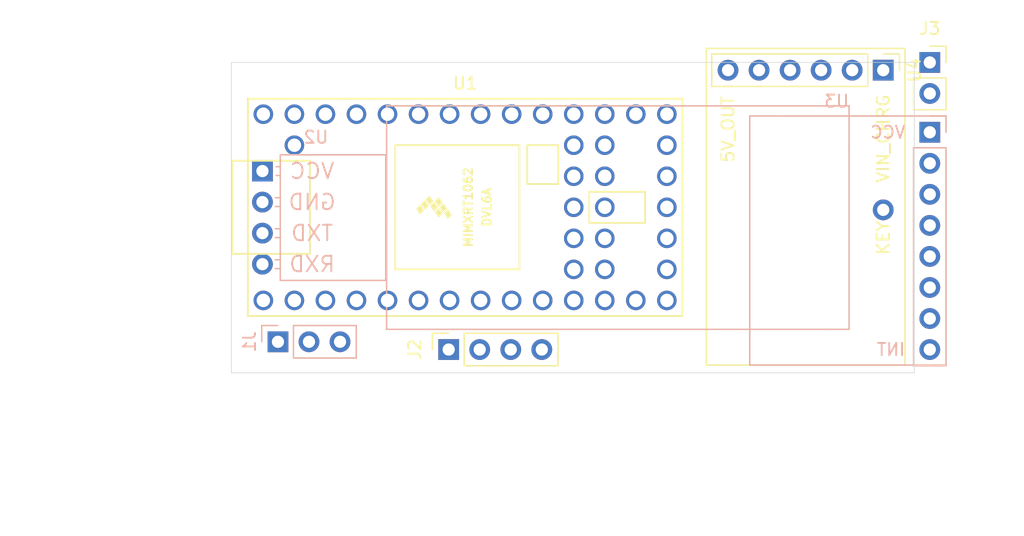
<source format=kicad_pcb>
(kicad_pcb (version 20171130) (host pcbnew "(5.1.7)-1")

  (general
    (thickness 1.6)
    (drawings 6)
    (tracks 0)
    (zones 0)
    (modules 7)
    (nets 73)
  )

  (page A4)
  (layers
    (0 F.Cu signal)
    (31 B.Cu signal)
    (32 B.Adhes user)
    (33 F.Adhes user)
    (34 B.Paste user)
    (35 F.Paste user)
    (36 B.SilkS user)
    (37 F.SilkS user)
    (38 B.Mask user)
    (39 F.Mask user)
    (40 Dwgs.User user)
    (41 Cmts.User user)
    (42 Eco1.User user)
    (43 Eco2.User user)
    (44 Edge.Cuts user)
    (45 Margin user)
    (46 B.CrtYd user)
    (47 F.CrtYd user)
    (48 B.Fab user)
    (49 F.Fab user)
  )

  (setup
    (last_trace_width 0.25)
    (trace_clearance 0.2)
    (zone_clearance 0.508)
    (zone_45_only no)
    (trace_min 0.2)
    (via_size 0.8)
    (via_drill 0.4)
    (via_min_size 0.4)
    (via_min_drill 0.3)
    (uvia_size 0.3)
    (uvia_drill 0.1)
    (uvias_allowed no)
    (uvia_min_size 0.2)
    (uvia_min_drill 0.1)
    (edge_width 0.05)
    (segment_width 0.2)
    (pcb_text_width 0.3)
    (pcb_text_size 1.5 1.5)
    (mod_edge_width 0.12)
    (mod_text_size 1 1)
    (mod_text_width 0.15)
    (pad_size 1.524 1.524)
    (pad_drill 0.762)
    (pad_to_mask_clearance 0)
    (aux_axis_origin 0 0)
    (visible_elements 7FFFFFFF)
    (pcbplotparams
      (layerselection 0x010fc_ffffffff)
      (usegerberextensions false)
      (usegerberattributes true)
      (usegerberadvancedattributes true)
      (creategerberjobfile true)
      (excludeedgelayer true)
      (linewidth 0.100000)
      (plotframeref false)
      (viasonmask false)
      (mode 1)
      (useauxorigin false)
      (hpglpennumber 1)
      (hpglpenspeed 20)
      (hpglpendiameter 15.000000)
      (psnegative false)
      (psa4output false)
      (plotreference true)
      (plotvalue true)
      (plotinvisibletext false)
      (padsonsilk false)
      (subtractmaskfromsilk false)
      (outputformat 1)
      (mirror false)
      (drillshape 1)
      (scaleselection 1)
      (outputdirectory ""))
  )

  (net 0 "")
  (net 1 "Net-(J1-Pad1)")
  (net 2 "Net-(J1-Pad2)")
  (net 3 "Net-(J1-Pad3)")
  (net 4 "Net-(U1-Pad17)")
  (net 5 "Net-(U1-Pad18)")
  (net 6 "Net-(U1-Pad19)")
  (net 7 "Net-(U1-Pad20)")
  (net 8 "Net-(U1-Pad16)")
  (net 9 "Net-(U1-Pad15)")
  (net 10 "Net-(U1-Pad14)")
  (net 11 "Net-(U1-Pad21)")
  (net 12 "Net-(U1-Pad22)")
  (net 13 "Net-(U1-Pad23)")
  (net 14 "Net-(U1-Pad24)")
  (net 15 "Net-(U1-Pad25)")
  (net 16 "Net-(U1-Pad26)")
  (net 17 "Net-(U1-Pad27)")
  (net 18 "Net-(U1-Pad28)")
  (net 19 "Net-(U1-Pad29)")
  (net 20 "Net-(U1-Pad30)")
  (net 21 "Net-(U1-Pad31)")
  (net 22 "Net-(U1-Pad32)")
  (net 23 "Net-(U1-Pad33)")
  (net 24 "Net-(U1-Pad34)")
  (net 25 "Net-(U1-Pad13)")
  (net 26 "Net-(U1-Pad12)")
  (net 27 "Net-(U1-Pad11)")
  (net 28 "Net-(U1-Pad10)")
  (net 29 "Net-(U1-Pad9)")
  (net 30 "Net-(U1-Pad8)")
  (net 31 "Net-(U1-Pad7)")
  (net 32 "Net-(U1-Pad6)")
  (net 33 "Net-(U1-Pad5)")
  (net 34 "Net-(U1-Pad4)")
  (net 35 "Net-(U1-Pad3)")
  (net 36 "Net-(U1-Pad2)")
  (net 37 "Net-(U1-Pad1)")
  (net 38 "Net-(U1-Pad35)")
  (net 39 "Net-(U1-Pad36)")
  (net 40 "Net-(U1-Pad37)")
  (net 41 "Net-(U1-Pad38)")
  (net 42 "Net-(U1-Pad39)")
  (net 43 "Net-(U1-Pad40)")
  (net 44 "Net-(U1-Pad41)")
  (net 45 "Net-(U1-Pad42)")
  (net 46 "Net-(U1-Pad43)")
  (net 47 "Net-(U1-Pad44)")
  (net 48 "Net-(U2-Pad4)")
  (net 49 "Net-(U2-Pad3)")
  (net 50 "Net-(U2-Pad2)")
  (net 51 "Net-(U2-Pad1)")
  (net 52 "Net-(U3-Pad2)")
  (net 53 "Net-(U3-Pad3)")
  (net 54 "Net-(U3-Pad4)")
  (net 55 "Net-(U3-Pad6)")
  (net 56 "Net-(U3-Pad1)")
  (net 57 "Net-(U3-Pad5)")
  (net 58 "Net-(U3-Pad7)")
  (net 59 "Net-(U3-Pad8)")
  (net 60 "Net-(J2-Pad1)")
  (net 61 "Net-(J2-Pad2)")
  (net 62 "Net-(J2-Pad3)")
  (net 63 "Net-(J2-Pad4)")
  (net 64 "Net-(J3-Pad1)")
  (net 65 "Net-(J3-Pad2)")
  (net 66 "Net-(U4-Pad6)")
  (net 67 "Net-(U4-Pad4)")
  (net 68 "Net-(U4-Pad5)")
  (net 69 "Net-(U4-Pad3)")
  (net 70 "Net-(U4-Pad1)")
  (net 71 "Net-(U4-Pad2)")
  (net 72 "Net-(U4-Pad7)")

  (net_class Default "This is the default net class."
    (clearance 0.2)
    (trace_width 0.25)
    (via_dia 0.8)
    (via_drill 0.4)
    (uvia_dia 0.3)
    (uvia_drill 0.1)
    (add_net "Net-(J1-Pad1)")
    (add_net "Net-(J1-Pad2)")
    (add_net "Net-(J1-Pad3)")
    (add_net "Net-(J2-Pad1)")
    (add_net "Net-(J2-Pad2)")
    (add_net "Net-(J2-Pad3)")
    (add_net "Net-(J2-Pad4)")
    (add_net "Net-(J3-Pad1)")
    (add_net "Net-(J3-Pad2)")
    (add_net "Net-(U1-Pad1)")
    (add_net "Net-(U1-Pad10)")
    (add_net "Net-(U1-Pad11)")
    (add_net "Net-(U1-Pad12)")
    (add_net "Net-(U1-Pad13)")
    (add_net "Net-(U1-Pad14)")
    (add_net "Net-(U1-Pad15)")
    (add_net "Net-(U1-Pad16)")
    (add_net "Net-(U1-Pad17)")
    (add_net "Net-(U1-Pad18)")
    (add_net "Net-(U1-Pad19)")
    (add_net "Net-(U1-Pad2)")
    (add_net "Net-(U1-Pad20)")
    (add_net "Net-(U1-Pad21)")
    (add_net "Net-(U1-Pad22)")
    (add_net "Net-(U1-Pad23)")
    (add_net "Net-(U1-Pad24)")
    (add_net "Net-(U1-Pad25)")
    (add_net "Net-(U1-Pad26)")
    (add_net "Net-(U1-Pad27)")
    (add_net "Net-(U1-Pad28)")
    (add_net "Net-(U1-Pad29)")
    (add_net "Net-(U1-Pad3)")
    (add_net "Net-(U1-Pad30)")
    (add_net "Net-(U1-Pad31)")
    (add_net "Net-(U1-Pad32)")
    (add_net "Net-(U1-Pad33)")
    (add_net "Net-(U1-Pad34)")
    (add_net "Net-(U1-Pad35)")
    (add_net "Net-(U1-Pad36)")
    (add_net "Net-(U1-Pad37)")
    (add_net "Net-(U1-Pad38)")
    (add_net "Net-(U1-Pad39)")
    (add_net "Net-(U1-Pad4)")
    (add_net "Net-(U1-Pad40)")
    (add_net "Net-(U1-Pad41)")
    (add_net "Net-(U1-Pad42)")
    (add_net "Net-(U1-Pad43)")
    (add_net "Net-(U1-Pad44)")
    (add_net "Net-(U1-Pad5)")
    (add_net "Net-(U1-Pad6)")
    (add_net "Net-(U1-Pad7)")
    (add_net "Net-(U1-Pad8)")
    (add_net "Net-(U1-Pad9)")
    (add_net "Net-(U2-Pad1)")
    (add_net "Net-(U2-Pad2)")
    (add_net "Net-(U2-Pad3)")
    (add_net "Net-(U2-Pad4)")
    (add_net "Net-(U3-Pad1)")
    (add_net "Net-(U3-Pad2)")
    (add_net "Net-(U3-Pad3)")
    (add_net "Net-(U3-Pad4)")
    (add_net "Net-(U3-Pad5)")
    (add_net "Net-(U3-Pad6)")
    (add_net "Net-(U3-Pad7)")
    (add_net "Net-(U3-Pad8)")
    (add_net "Net-(U4-Pad1)")
    (add_net "Net-(U4-Pad2)")
    (add_net "Net-(U4-Pad3)")
    (add_net "Net-(U4-Pad4)")
    (add_net "Net-(U4-Pad5)")
    (add_net "Net-(U4-Pad6)")
    (add_net "Net-(U4-Pad7)")
  )

  (module Connector_PinHeader_2.54mm:PinHeader_1x03_P2.54mm_Vertical (layer B.Cu) (tedit 59FED5CC) (tstamp 5F79ACA6)
    (at 110.49 73.66 270)
    (descr "Through hole straight pin header, 1x03, 2.54mm pitch, single row")
    (tags "Through hole pin header THT 1x03 2.54mm single row")
    (path /5F79C584)
    (fp_text reference J1 (at 0 2.33 90) (layer B.SilkS)
      (effects (font (size 1 1) (thickness 0.15)) (justify mirror))
    )
    (fp_text value Conn_01x03_Male (at 0 -7.41 90) (layer B.Fab)
      (effects (font (size 1 1) (thickness 0.15)) (justify mirror))
    )
    (fp_line (start -0.635 1.27) (end 1.27 1.27) (layer B.Fab) (width 0.1))
    (fp_line (start 1.27 1.27) (end 1.27 -6.35) (layer B.Fab) (width 0.1))
    (fp_line (start 1.27 -6.35) (end -1.27 -6.35) (layer B.Fab) (width 0.1))
    (fp_line (start -1.27 -6.35) (end -1.27 0.635) (layer B.Fab) (width 0.1))
    (fp_line (start -1.27 0.635) (end -0.635 1.27) (layer B.Fab) (width 0.1))
    (fp_line (start -1.33 -6.41) (end 1.33 -6.41) (layer B.SilkS) (width 0.12))
    (fp_line (start -1.33 -1.27) (end -1.33 -6.41) (layer B.SilkS) (width 0.12))
    (fp_line (start 1.33 -1.27) (end 1.33 -6.41) (layer B.SilkS) (width 0.12))
    (fp_line (start -1.33 -1.27) (end 1.33 -1.27) (layer B.SilkS) (width 0.12))
    (fp_line (start -1.33 0) (end -1.33 1.33) (layer B.SilkS) (width 0.12))
    (fp_line (start -1.33 1.33) (end 0 1.33) (layer B.SilkS) (width 0.12))
    (fp_line (start -1.8 1.8) (end -1.8 -6.85) (layer B.CrtYd) (width 0.05))
    (fp_line (start -1.8 -6.85) (end 1.8 -6.85) (layer B.CrtYd) (width 0.05))
    (fp_line (start 1.8 -6.85) (end 1.8 1.8) (layer B.CrtYd) (width 0.05))
    (fp_line (start 1.8 1.8) (end -1.8 1.8) (layer B.CrtYd) (width 0.05))
    (fp_text user %R (at 0 -2.54 180) (layer B.Fab)
      (effects (font (size 1 1) (thickness 0.15)) (justify mirror))
    )
    (pad 1 thru_hole rect (at 0 0 270) (size 1.7 1.7) (drill 1) (layers *.Cu *.Mask)
      (net 1 "Net-(J1-Pad1)"))
    (pad 2 thru_hole oval (at 0 -2.54 270) (size 1.7 1.7) (drill 1) (layers *.Cu *.Mask)
      (net 2 "Net-(J1-Pad2)"))
    (pad 3 thru_hole oval (at 0 -5.08 270) (size 1.7 1.7) (drill 1) (layers *.Cu *.Mask)
      (net 3 "Net-(J1-Pad3)"))
    (model ${KISYS3DMOD}/Connector_PinHeader_2.54mm.3dshapes/PinHeader_1x03_P2.54mm_Vertical.wrl
      (at (xyz 0 0 0))
      (scale (xyz 1 1 1))
      (rotate (xyz 0 0 0))
    )
  )

  (module teensy:Teensy40 (layer F.Cu) (tedit 5E188217) (tstamp 5F79ACF6)
    (at 125.805001 62.655001)
    (path /5F797343)
    (fp_text reference U1 (at 0 -10.16) (layer F.SilkS)
      (effects (font (size 1 1) (thickness 0.15)))
    )
    (fp_text value Teensy4.0 (at 0 10.16) (layer F.Fab)
      (effects (font (size 1 1) (thickness 0.15)))
    )
    (fp_line (start -17.78 3.81) (end -19.05 3.81) (layer F.SilkS) (width 0.15))
    (fp_line (start -19.05 3.81) (end -19.05 -3.81) (layer F.SilkS) (width 0.15))
    (fp_line (start -19.05 -3.81) (end -17.78 -3.81) (layer F.SilkS) (width 0.15))
    (fp_line (start -12.7 3.81) (end -12.7 -3.81) (layer F.SilkS) (width 0.15))
    (fp_line (start -12.7 -3.81) (end -17.78 -3.81) (layer F.SilkS) (width 0.15))
    (fp_line (start -12.7 3.81) (end -17.78 3.81) (layer F.SilkS) (width 0.15))
    (fp_line (start 14.732 -1.27) (end 14.732 1.27) (layer F.SilkS) (width 0.15))
    (fp_line (start 14.732 1.27) (end 10.16 1.27) (layer F.SilkS) (width 0.15))
    (fp_line (start 10.16 1.27) (end 10.16 -1.27) (layer F.SilkS) (width 0.15))
    (fp_line (start 10.16 -1.27) (end 14.732 -1.27) (layer F.SilkS) (width 0.15))
    (fp_line (start 4.445 5.08) (end 4.445 -5.08) (layer F.SilkS) (width 0.15))
    (fp_line (start -5.715 -5.08) (end -5.715 5.08) (layer F.SilkS) (width 0.15))
    (fp_line (start 4.445 -5.08) (end -5.715 -5.08) (layer F.SilkS) (width 0.15))
    (fp_line (start 4.445 5.08) (end -5.715 5.08) (layer F.SilkS) (width 0.15))
    (fp_line (start -17.78 -8.89) (end 17.78 -8.89) (layer F.SilkS) (width 0.15))
    (fp_line (start 17.78 -8.89) (end 17.78 8.89) (layer F.SilkS) (width 0.15))
    (fp_line (start 17.78 8.89) (end -17.78 8.89) (layer F.SilkS) (width 0.15))
    (fp_line (start -17.78 8.89) (end -17.78 -8.89) (layer F.SilkS) (width 0.15))
    (fp_line (start 5.08 -5.08) (end 7.62 -5.08) (layer F.SilkS) (width 0.15))
    (fp_line (start 7.62 -5.08) (end 7.62 -1.905) (layer F.SilkS) (width 0.15))
    (fp_line (start 7.62 -1.905) (end 5.08 -1.905) (layer F.SilkS) (width 0.15))
    (fp_line (start 5.08 -1.905) (end 5.08 -5.08) (layer F.SilkS) (width 0.15))
    (fp_poly (pts (xy -3.175 -0.635) (xy -2.921 -0.889) (xy -2.667 -0.508) (xy -2.921 -0.254)) (layer F.SilkS) (width 0.1))
    (fp_poly (pts (xy -2.794 -0.127) (xy -2.54 -0.381) (xy -2.286 0) (xy -2.54 0.254)) (layer F.SilkS) (width 0.1))
    (fp_poly (pts (xy -2.413 0.381) (xy -2.159 0.127) (xy -1.905 0.508) (xy -2.159 0.762)) (layer F.SilkS) (width 0.1))
    (fp_poly (pts (xy -2.413 -0.508) (xy -2.159 -0.762) (xy -1.905 -0.381) (xy -2.159 -0.127)) (layer F.SilkS) (width 0.1))
    (fp_poly (pts (xy -2.032 0) (xy -1.778 -0.254) (xy -1.524 0.127) (xy -1.778 0.381)) (layer F.SilkS) (width 0.1))
    (fp_poly (pts (xy -1.651 0.508) (xy -1.397 0.254) (xy -1.143 0.635) (xy -1.397 0.889)) (layer F.SilkS) (width 0.1))
    (fp_poly (pts (xy -3.556 -0.254) (xy -3.302 -0.508) (xy -3.048 -0.127) (xy -3.302 0.127)) (layer F.SilkS) (width 0.1))
    (fp_poly (pts (xy -3.937 0.127) (xy -3.683 -0.127) (xy -3.429 0.254) (xy -3.683 0.508)) (layer F.SilkS) (width 0.1))
    (fp_text user MIMXRT1062 (at 0.254 0 90) (layer F.SilkS)
      (effects (font (size 0.7 0.7) (thickness 0.15)))
    )
    (fp_text user DVL6A (at 1.778 0 90) (layer F.SilkS)
      (effects (font (size 0.7 0.7) (thickness 0.15)))
    )
    (pad 17 thru_hole circle (at 16.51 0) (size 1.6 1.6) (drill 1.1) (layers *.Cu *.Mask)
      (net 4 "Net-(U1-Pad17)"))
    (pad 18 thru_hole circle (at 16.51 -2.54) (size 1.6 1.6) (drill 1.1) (layers *.Cu *.Mask)
      (net 5 "Net-(U1-Pad18)"))
    (pad 19 thru_hole circle (at 16.51 -5.08) (size 1.6 1.6) (drill 1.1) (layers *.Cu *.Mask)
      (net 6 "Net-(U1-Pad19)"))
    (pad 20 thru_hole circle (at 16.51 -7.62) (size 1.6 1.6) (drill 1.1) (layers *.Cu *.Mask)
      (net 7 "Net-(U1-Pad20)"))
    (pad 16 thru_hole circle (at 16.51 2.54) (size 1.6 1.6) (drill 1.1) (layers *.Cu *.Mask)
      (net 8 "Net-(U1-Pad16)"))
    (pad 15 thru_hole circle (at 16.51 5.08) (size 1.6 1.6) (drill 1.1) (layers *.Cu *.Mask)
      (net 9 "Net-(U1-Pad15)"))
    (pad 14 thru_hole circle (at 16.51 7.62) (size 1.6 1.6) (drill 1.1) (layers *.Cu *.Mask)
      (net 10 "Net-(U1-Pad14)"))
    (pad 21 thru_hole circle (at 13.97 -7.62) (size 1.6 1.6) (drill 1.1) (layers *.Cu *.Mask)
      (net 11 "Net-(U1-Pad21)"))
    (pad 22 thru_hole circle (at 11.43 -7.62) (size 1.6 1.6) (drill 1.1) (layers *.Cu *.Mask)
      (net 12 "Net-(U1-Pad22)"))
    (pad 23 thru_hole circle (at 8.89 -7.62) (size 1.6 1.6) (drill 1.1) (layers *.Cu *.Mask)
      (net 13 "Net-(U1-Pad23)"))
    (pad 24 thru_hole circle (at 6.35 -7.62) (size 1.6 1.6) (drill 1.1) (layers *.Cu *.Mask)
      (net 14 "Net-(U1-Pad24)"))
    (pad 25 thru_hole circle (at 3.81 -7.62) (size 1.6 1.6) (drill 1.1) (layers *.Cu *.Mask)
      (net 15 "Net-(U1-Pad25)"))
    (pad 26 thru_hole circle (at 1.27 -7.62) (size 1.6 1.6) (drill 1.1) (layers *.Cu *.Mask)
      (net 16 "Net-(U1-Pad26)"))
    (pad 27 thru_hole circle (at -1.27 -7.62) (size 1.6 1.6) (drill 1.1) (layers *.Cu *.Mask)
      (net 17 "Net-(U1-Pad27)"))
    (pad 28 thru_hole circle (at -3.81 -7.62) (size 1.6 1.6) (drill 1.1) (layers *.Cu *.Mask)
      (net 18 "Net-(U1-Pad28)"))
    (pad 29 thru_hole circle (at -6.35 -7.62) (size 1.6 1.6) (drill 1.1) (layers *.Cu *.Mask)
      (net 19 "Net-(U1-Pad29)"))
    (pad 30 thru_hole circle (at -8.89 -7.62) (size 1.6 1.6) (drill 1.1) (layers *.Cu *.Mask)
      (net 20 "Net-(U1-Pad30)"))
    (pad 31 thru_hole circle (at -11.43 -7.62) (size 1.6 1.6) (drill 1.1) (layers *.Cu *.Mask)
      (net 21 "Net-(U1-Pad31)"))
    (pad 32 thru_hole circle (at -13.97 -7.62) (size 1.6 1.6) (drill 1.1) (layers *.Cu *.Mask)
      (net 22 "Net-(U1-Pad32)"))
    (pad 33 thru_hole circle (at -16.51 -7.62) (size 1.6 1.6) (drill 1.1) (layers *.Cu *.Mask)
      (net 23 "Net-(U1-Pad33)"))
    (pad 34 thru_hole circle (at -13.97 -5.08) (size 1.6 1.6) (drill 1.1) (layers *.Cu *.Mask)
      (net 24 "Net-(U1-Pad34)"))
    (pad 13 thru_hole circle (at 13.97 7.62) (size 1.6 1.6) (drill 1.1) (layers *.Cu *.Mask)
      (net 25 "Net-(U1-Pad13)"))
    (pad 12 thru_hole circle (at 11.43 7.62) (size 1.6 1.6) (drill 1.1) (layers *.Cu *.Mask)
      (net 26 "Net-(U1-Pad12)"))
    (pad 11 thru_hole circle (at 8.89 7.62) (size 1.6 1.6) (drill 1.1) (layers *.Cu *.Mask)
      (net 27 "Net-(U1-Pad11)"))
    (pad 10 thru_hole circle (at 6.35 7.62) (size 1.6 1.6) (drill 1.1) (layers *.Cu *.Mask)
      (net 28 "Net-(U1-Pad10)"))
    (pad 9 thru_hole circle (at 3.81 7.62) (size 1.6 1.6) (drill 1.1) (layers *.Cu *.Mask)
      (net 29 "Net-(U1-Pad9)"))
    (pad 8 thru_hole circle (at 1.27 7.62) (size 1.6 1.6) (drill 1.1) (layers *.Cu *.Mask)
      (net 30 "Net-(U1-Pad8)"))
    (pad 7 thru_hole circle (at -1.27 7.62) (size 1.6 1.6) (drill 1.1) (layers *.Cu *.Mask)
      (net 31 "Net-(U1-Pad7)"))
    (pad 6 thru_hole circle (at -3.81 7.62) (size 1.6 1.6) (drill 1.1) (layers *.Cu *.Mask)
      (net 32 "Net-(U1-Pad6)"))
    (pad 5 thru_hole circle (at -6.35 7.62) (size 1.6 1.6) (drill 1.1) (layers *.Cu *.Mask)
      (net 33 "Net-(U1-Pad5)"))
    (pad 4 thru_hole circle (at -8.89 7.62) (size 1.6 1.6) (drill 1.1) (layers *.Cu *.Mask)
      (net 34 "Net-(U1-Pad4)"))
    (pad 3 thru_hole circle (at -11.43 7.62) (size 1.6 1.6) (drill 1.1) (layers *.Cu *.Mask)
      (net 35 "Net-(U1-Pad3)"))
    (pad 2 thru_hole circle (at -13.97 7.62) (size 1.6 1.6) (drill 1.1) (layers *.Cu *.Mask)
      (net 36 "Net-(U1-Pad2)"))
    (pad 1 thru_hole circle (at -16.51 7.62) (size 1.6 1.6) (drill 1.1) (layers *.Cu *.Mask)
      (net 37 "Net-(U1-Pad1)"))
    (pad 35 thru_hole circle (at 11.43 -5.08) (size 1.6 1.6) (drill 1.1) (layers *.Cu *.Mask)
      (net 38 "Net-(U1-Pad35)"))
    (pad 36 thru_hole circle (at 8.89 -5.08) (size 1.6 1.6) (drill 1.1) (layers *.Cu *.Mask)
      (net 39 "Net-(U1-Pad36)"))
    (pad 37 thru_hole circle (at 11.43 -2.54) (size 1.6 1.6) (drill 1.1) (layers *.Cu *.Mask)
      (net 40 "Net-(U1-Pad37)"))
    (pad 38 thru_hole circle (at 8.89 -2.54) (size 1.6 1.6) (drill 1.1) (layers *.Cu *.Mask)
      (net 41 "Net-(U1-Pad38)"))
    (pad 39 thru_hole circle (at 11.43 0) (size 1.6 1.6) (drill 1.1) (layers *.Cu *.Mask)
      (net 42 "Net-(U1-Pad39)"))
    (pad 40 thru_hole circle (at 8.89 0) (size 1.6 1.6) (drill 1.1) (layers *.Cu *.Mask)
      (net 43 "Net-(U1-Pad40)"))
    (pad 41 thru_hole circle (at 11.43 2.54) (size 1.6 1.6) (drill 1.1) (layers *.Cu *.Mask)
      (net 44 "Net-(U1-Pad41)"))
    (pad 42 thru_hole circle (at 8.89 2.54) (size 1.6 1.6) (drill 1.1) (layers *.Cu *.Mask)
      (net 45 "Net-(U1-Pad42)"))
    (pad 43 thru_hole circle (at 11.43 5.08) (size 1.6 1.6) (drill 1.1) (layers *.Cu *.Mask)
      (net 46 "Net-(U1-Pad43)"))
    (pad 44 thru_hole circle (at 8.89 5.08) (size 1.6 1.6) (drill 1.1) (layers *.Cu *.Mask)
      (net 47 "Net-(U1-Pad44)"))
    (model ${KICAD_USER_DIR}/teensy.pretty/Teensy_4.0_Assembly.STEP
      (offset (xyz 33 9.5 -11))
      (scale (xyz 1 1 1))
      (rotate (xyz -90 0 0))
    )
  )

  (module custom_footprints:HM18_BLE (layer B.Cu) (tedit 5F794B88) (tstamp 5F79AD27)
    (at 109.22 64.77 180)
    (descr "Through hole angled socket strip, 1x04, 2.54mm pitch, 8.51mm socket length, single row (from Kicad 4.0.7), script generated")
    (tags "Through hole angled socket strip THT 1x04 2.54mm single row")
    (path /5F7952D0)
    (fp_text reference U2 (at -4.38 7.85) (layer B.SilkS)
      (effects (font (size 1 1) (thickness 0.15)) (justify mirror))
    )
    (fp_text value HM18_BLE (at -4.38 -5.31) (layer B.Fab)
      (effects (font (size 1 1) (thickness 0.15)) (justify mirror))
    )
    (fp_line (start -10.03 6.35) (end -2.49 6.35) (layer B.Fab) (width 0.1))
    (fp_line (start -2.49 6.35) (end -1.52 5.38) (layer B.Fab) (width 0.1))
    (fp_line (start -1.52 5.38) (end -1.52 -3.81) (layer B.Fab) (width 0.1))
    (fp_line (start -1.52 -3.81) (end -10.03 -3.81) (layer B.Fab) (width 0.1))
    (fp_line (start -10.03 -3.81) (end -10.03 6.35) (layer B.Fab) (width 0.1))
    (fp_line (start 0 5.38) (end -1.52 5.38) (layer B.Fab) (width 0.1))
    (fp_line (start -1.52 4.78) (end 0 4.78) (layer B.Fab) (width 0.1))
    (fp_line (start 0 4.78) (end 0 5.38) (layer B.Fab) (width 0.1))
    (fp_line (start 0 2.84) (end -1.52 2.84) (layer B.Fab) (width 0.1))
    (fp_line (start -1.52 2.24) (end 0 2.24) (layer B.Fab) (width 0.1))
    (fp_line (start 0 2.24) (end 0 2.84) (layer B.Fab) (width 0.1))
    (fp_line (start 0 0.3) (end -1.52 0.3) (layer B.Fab) (width 0.1))
    (fp_line (start -1.52 -0.3) (end 0 -0.3) (layer B.Fab) (width 0.1))
    (fp_line (start 0 -0.3) (end 0 0.3) (layer B.Fab) (width 0.1))
    (fp_line (start 0 -2.24) (end -1.52 -2.24) (layer B.Fab) (width 0.1))
    (fp_line (start -1.52 -2.84) (end 0 -2.84) (layer B.Fab) (width 0.1))
    (fp_line (start 0 -2.84) (end 0 -2.24) (layer B.Fab) (width 0.1))
    (fp_line (start -1.46 5.44) (end -1.11 5.44) (layer B.SilkS) (width 0.12))
    (fp_line (start -1.46 4.72) (end -1.11 4.72) (layer B.SilkS) (width 0.12))
    (fp_line (start -1.46 2.9) (end -1.05 2.9) (layer B.SilkS) (width 0.12))
    (fp_line (start -1.46 2.18) (end -1.05 2.18) (layer B.SilkS) (width 0.12))
    (fp_line (start -1.46 0.36) (end -1.05 0.36) (layer B.SilkS) (width 0.12))
    (fp_line (start -1.46 -0.36) (end -1.05 -0.36) (layer B.SilkS) (width 0.12))
    (fp_line (start -1.46 -2.18) (end -1.05 -2.18) (layer B.SilkS) (width 0.12))
    (fp_line (start -1.46 -2.9) (end -1.05 -2.9) (layer B.SilkS) (width 0.12))
    (fp_line (start -10.09 6.41) (end -1.46 6.41) (layer B.SilkS) (width 0.12))
    (fp_line (start -1.46 6.41) (end -1.46 -3.87) (layer B.SilkS) (width 0.12))
    (fp_line (start -10.09 -3.87) (end -1.46 -3.87) (layer B.SilkS) (width 0.12))
    (fp_line (start -10.09 6.41) (end -10.09 -3.87) (layer B.SilkS) (width 0.12))
    (fp_line (start -10.16 1.27) (end -10.16 10.414) (layer B.SilkS) (width 0.12))
    (fp_line (start -10.16 1.27) (end -10.16 -7.874) (layer B.SilkS) (width 0.12))
    (fp_line (start -10.16 10.414) (end -48.006 10.414) (layer B.SilkS) (width 0.12))
    (fp_line (start -48.006 10.414) (end -48.006 6.858) (layer B.SilkS) (width 0.12))
    (fp_line (start -10.16 -7.874) (end -46.482 -7.874) (layer B.SilkS) (width 0.12))
    (fp_line (start -48.006 6.858) (end -48.006 -7.874) (layer B.SilkS) (width 0.12))
    (fp_line (start -48.006 -7.874) (end -46.482 -7.874) (layer B.SilkS) (width 0.12))
    (fp_text user %R (at -7.112 1.397 -90) (layer B.Fab)
      (effects (font (size 1 1) (thickness 0.15)) (justify mirror))
    )
    (fp_text user VCC (at -4.064 5.08) (layer B.SilkS)
      (effects (font (size 1.27 1.27) (thickness 0.15)) (justify mirror))
    )
    (fp_text user GND (at -4.064 2.54) (layer B.SilkS)
      (effects (font (size 1.27 1.27) (thickness 0.15)) (justify mirror))
    )
    (fp_text user TXD (at -4.064 0) (layer B.SilkS)
      (effects (font (size 1.27 1.27) (thickness 0.15)) (justify mirror))
    )
    (fp_text user RXD (at -4.064 -2.54) (layer B.SilkS)
      (effects (font (size 1.27 1.27) (thickness 0.15)) (justify mirror))
    )
    (pad 4 thru_hole oval (at 0 -2.54 180) (size 1.7 1.7) (drill 1) (layers *.Cu *.Mask)
      (net 48 "Net-(U2-Pad4)"))
    (pad 3 thru_hole oval (at 0 0 180) (size 1.7 1.7) (drill 1) (layers *.Cu *.Mask)
      (net 49 "Net-(U2-Pad3)"))
    (pad 2 thru_hole oval (at 0 2.54 180) (size 1.7 1.7) (drill 1) (layers *.Cu *.Mask)
      (net 50 "Net-(U2-Pad2)"))
    (pad 1 thru_hole rect (at 0 5.08 180) (size 1.7 1.7) (drill 1) (layers *.Cu *.Mask)
      (net 51 "Net-(U2-Pad1)"))
    (model ${KISYS3DMOD}/Connector_PinSocket_2.54mm.3dshapes/PinSocket_1x04_P2.54mm_Horizontal.wrl
      (at (xyz 0 0 0))
      (scale (xyz 1 1 1))
      (rotate (xyz 0 0 0))
    )
  )

  (module custom_footprints:MPU6050_module (layer B.Cu) (tedit 5F7848C8) (tstamp 5F79AD48)
    (at 156.21 66.675 180)
    (descr "Through hole straight pin header, 1x08, 2.54mm pitch, single row")
    (tags "Through hole pin header THT 1x08 2.54mm single row")
    (path /5F795E22)
    (fp_text reference U3 (at 0 12.7) (layer B.SilkS)
      (effects (font (size 1 1) (thickness 0.15)) (justify mirror))
    )
    (fp_text value MPU605 (at 0 -10.16) (layer B.Fab)
      (effects (font (size 1 1) (thickness 0.15)) (justify mirror))
    )
    (fp_line (start -5.82 11.96) (end -9.42 11.96) (layer B.CrtYd) (width 0.05))
    (fp_line (start -5.82 -9.39) (end -5.82 11.96) (layer B.CrtYd) (width 0.05))
    (fp_line (start -9.42 11.96) (end -9.42 -9.39) (layer B.CrtYd) (width 0.05))
    (fp_line (start -8.89 -8.89) (end -8.89 10.795) (layer B.Fab) (width 0.1))
    (fp_line (start -8.95 11.49) (end -7.62 11.49) (layer B.SilkS) (width 0.12))
    (fp_line (start -6.29 8.89) (end -6.29 -8.95) (layer B.SilkS) (width 0.12))
    (fp_line (start -8.95 11.49) (end 7.112 11.4935) (layer B.SilkS) (width 0.12))
    (fp_line (start -8.89 10.795) (end -8.255 11.43) (layer B.Fab) (width 0.1))
    (fp_line (start -8.95 10.16) (end -8.95 11.49) (layer B.SilkS) (width 0.12))
    (fp_line (start -8.95 8.89) (end -6.29 8.89) (layer B.SilkS) (width 0.12))
    (fp_line (start -6.35 11.43) (end -6.35 -8.89) (layer B.Fab) (width 0.1))
    (fp_line (start -8.95 8.89) (end -8.95 -8.95) (layer B.SilkS) (width 0.12))
    (fp_line (start 7.112 11.4935) (end 7.112 -8.89) (layer B.SilkS) (width 0.12))
    (fp_line (start -8.95 -8.95) (end -6.29 -8.95) (layer B.SilkS) (width 0.12))
    (fp_line (start -8.255 11.43) (end -6.35 11.43) (layer B.Fab) (width 0.1))
    (fp_line (start -6.35 -8.89) (end -8.89 -8.89) (layer B.Fab) (width 0.1))
    (fp_line (start -8.9535 -8.89) (end 7.0485 -8.89) (layer B.SilkS) (width 0.12))
    (fp_line (start 7.112 -8.89) (end 7.0485 -8.89) (layer B.SilkS) (width 0.12))
    (fp_text user %R (at -7.62 1.27 -90) (layer B.Fab)
      (effects (font (size 1 1) (thickness 0.15)) (justify mirror))
    )
    (fp_text user VCC (at -4.191 10.16) (layer B.SilkS)
      (effects (font (size 1 1) (thickness 0.15)) (justify mirror))
    )
    (fp_text user INT (at -4.445 -7.62) (layer B.SilkS)
      (effects (font (size 1 1) (thickness 0.15)) (justify mirror))
    )
    (pad 2 thru_hole oval (at -7.62 7.62 180) (size 1.7 1.7) (drill 1) (layers *.Cu *.Mask)
      (net 52 "Net-(U3-Pad2)"))
    (pad 3 thru_hole oval (at -7.62 5.08 180) (size 1.7 1.7) (drill 1) (layers *.Cu *.Mask)
      (net 53 "Net-(U3-Pad3)"))
    (pad 4 thru_hole oval (at -7.62 2.54 180) (size 1.7 1.7) (drill 1) (layers *.Cu *.Mask)
      (net 54 "Net-(U3-Pad4)"))
    (pad 6 thru_hole oval (at -7.62 -2.54 180) (size 1.7 1.7) (drill 1) (layers *.Cu *.Mask)
      (net 55 "Net-(U3-Pad6)"))
    (pad 1 thru_hole rect (at -7.62 10.16 180) (size 1.7 1.7) (drill 1) (layers *.Cu *.Mask)
      (net 56 "Net-(U3-Pad1)"))
    (pad 5 thru_hole oval (at -7.62 0 180) (size 1.7 1.7) (drill 1) (layers *.Cu *.Mask)
      (net 57 "Net-(U3-Pad5)"))
    (pad 7 thru_hole oval (at -7.62 -5.08 180) (size 1.7 1.7) (drill 1) (layers *.Cu *.Mask)
      (net 58 "Net-(U3-Pad7)"))
    (pad 8 thru_hole oval (at -7.62 -7.62 180) (size 1.7 1.7) (drill 1) (layers *.Cu *.Mask)
      (net 59 "Net-(U3-Pad8)"))
    (model ${KISYS3DMOD}/Connector_PinHeader_2.54mm.3dshapes/PinHeader_1x08_P2.54mm_Vertical.wrl
      (at (xyz 0 0 0))
      (scale (xyz 1 1 1))
      (rotate (xyz 0 0 0))
    )
  )

  (module Connector_PinSocket_2.54mm:PinSocket_1x04_P2.54mm_Vertical (layer F.Cu) (tedit 5A19A429) (tstamp 5F7B1DCD)
    (at 124.46 74.295 90)
    (descr "Through hole straight socket strip, 1x04, 2.54mm pitch, single row (from Kicad 4.0.7), script generated")
    (tags "Through hole socket strip THT 1x04 2.54mm single row")
    (path /5F7ADC00)
    (fp_text reference J2 (at 0 -2.77 90) (layer F.SilkS)
      (effects (font (size 1 1) (thickness 0.15)))
    )
    (fp_text value Conn_01x04_Female (at 0 10.39 90) (layer F.Fab)
      (effects (font (size 1 1) (thickness 0.15)))
    )
    (fp_line (start -1.8 9.4) (end -1.8 -1.8) (layer F.CrtYd) (width 0.05))
    (fp_line (start 1.75 9.4) (end -1.8 9.4) (layer F.CrtYd) (width 0.05))
    (fp_line (start 1.75 -1.8) (end 1.75 9.4) (layer F.CrtYd) (width 0.05))
    (fp_line (start -1.8 -1.8) (end 1.75 -1.8) (layer F.CrtYd) (width 0.05))
    (fp_line (start 0 -1.33) (end 1.33 -1.33) (layer F.SilkS) (width 0.12))
    (fp_line (start 1.33 -1.33) (end 1.33 0) (layer F.SilkS) (width 0.12))
    (fp_line (start 1.33 1.27) (end 1.33 8.95) (layer F.SilkS) (width 0.12))
    (fp_line (start -1.33 8.95) (end 1.33 8.95) (layer F.SilkS) (width 0.12))
    (fp_line (start -1.33 1.27) (end -1.33 8.95) (layer F.SilkS) (width 0.12))
    (fp_line (start -1.33 1.27) (end 1.33 1.27) (layer F.SilkS) (width 0.12))
    (fp_line (start -1.27 8.89) (end -1.27 -1.27) (layer F.Fab) (width 0.1))
    (fp_line (start 1.27 8.89) (end -1.27 8.89) (layer F.Fab) (width 0.1))
    (fp_line (start 1.27 -0.635) (end 1.27 8.89) (layer F.Fab) (width 0.1))
    (fp_line (start 0.635 -1.27) (end 1.27 -0.635) (layer F.Fab) (width 0.1))
    (fp_line (start -1.27 -1.27) (end 0.635 -1.27) (layer F.Fab) (width 0.1))
    (fp_text user %R (at 0 3.81) (layer F.Fab)
      (effects (font (size 1 1) (thickness 0.15)))
    )
    (pad 1 thru_hole rect (at 0 0 90) (size 1.7 1.7) (drill 1) (layers *.Cu *.Mask)
      (net 60 "Net-(J2-Pad1)"))
    (pad 2 thru_hole oval (at 0 2.54 90) (size 1.7 1.7) (drill 1) (layers *.Cu *.Mask)
      (net 61 "Net-(J2-Pad2)"))
    (pad 3 thru_hole oval (at 0 5.08 90) (size 1.7 1.7) (drill 1) (layers *.Cu *.Mask)
      (net 62 "Net-(J2-Pad3)"))
    (pad 4 thru_hole oval (at 0 7.62 90) (size 1.7 1.7) (drill 1) (layers *.Cu *.Mask)
      (net 63 "Net-(J2-Pad4)"))
    (model ${KISYS3DMOD}/Connector_PinSocket_2.54mm.3dshapes/PinSocket_1x04_P2.54mm_Vertical.wrl
      (at (xyz 0 0 0))
      (scale (xyz 1 1 1))
      (rotate (xyz 0 0 0))
    )
  )

  (module Connector_PinSocket_2.54mm:PinSocket_1x02_P2.54mm_Vertical (layer F.Cu) (tedit 5A19A420) (tstamp 5F7B1DE3)
    (at 163.83 50.8)
    (descr "Through hole straight socket strip, 1x02, 2.54mm pitch, single row (from Kicad 4.0.7), script generated")
    (tags "Through hole socket strip THT 1x02 2.54mm single row")
    (path /5F7AE9B3)
    (fp_text reference J3 (at 0 -2.77) (layer F.SilkS)
      (effects (font (size 1 1) (thickness 0.15)))
    )
    (fp_text value Conn_01x02_Female (at 0 5.31) (layer F.Fab)
      (effects (font (size 1 1) (thickness 0.15)))
    )
    (fp_line (start -1.8 4.3) (end -1.8 -1.8) (layer F.CrtYd) (width 0.05))
    (fp_line (start 1.75 4.3) (end -1.8 4.3) (layer F.CrtYd) (width 0.05))
    (fp_line (start 1.75 -1.8) (end 1.75 4.3) (layer F.CrtYd) (width 0.05))
    (fp_line (start -1.8 -1.8) (end 1.75 -1.8) (layer F.CrtYd) (width 0.05))
    (fp_line (start 0 -1.33) (end 1.33 -1.33) (layer F.SilkS) (width 0.12))
    (fp_line (start 1.33 -1.33) (end 1.33 0) (layer F.SilkS) (width 0.12))
    (fp_line (start 1.33 1.27) (end 1.33 3.87) (layer F.SilkS) (width 0.12))
    (fp_line (start -1.33 3.87) (end 1.33 3.87) (layer F.SilkS) (width 0.12))
    (fp_line (start -1.33 1.27) (end -1.33 3.87) (layer F.SilkS) (width 0.12))
    (fp_line (start -1.33 1.27) (end 1.33 1.27) (layer F.SilkS) (width 0.12))
    (fp_line (start -1.27 3.81) (end -1.27 -1.27) (layer F.Fab) (width 0.1))
    (fp_line (start 1.27 3.81) (end -1.27 3.81) (layer F.Fab) (width 0.1))
    (fp_line (start 1.27 -0.635) (end 1.27 3.81) (layer F.Fab) (width 0.1))
    (fp_line (start 0.635 -1.27) (end 1.27 -0.635) (layer F.Fab) (width 0.1))
    (fp_line (start -1.27 -1.27) (end 0.635 -1.27) (layer F.Fab) (width 0.1))
    (fp_text user %R (at 0 1.27 90) (layer F.Fab)
      (effects (font (size 1 1) (thickness 0.15)))
    )
    (pad 1 thru_hole rect (at 0 0) (size 1.7 1.7) (drill 1) (layers *.Cu *.Mask)
      (net 64 "Net-(J3-Pad1)"))
    (pad 2 thru_hole oval (at 0 2.54) (size 1.7 1.7) (drill 1) (layers *.Cu *.Mask)
      (net 65 "Net-(J3-Pad2)"))
    (model ${KISYS3DMOD}/Connector_PinSocket_2.54mm.3dshapes/PinSocket_1x02_P2.54mm_Vertical.wrl
      (at (xyz 0 0 0))
      (scale (xyz 1 1 1))
      (rotate (xyz 0 0 0))
    )
  )

  (module custom_footprints:charge_module (layer F.Cu) (tedit 5F7AB840) (tstamp 5F7B1E07)
    (at 160.02 51.435 270)
    (path /5F7AC93F)
    (fp_text reference U4 (at 0 -2.54 90) (layer F.SilkS)
      (effects (font (size 1 1) (thickness 0.15)))
    )
    (fp_text value charge_module (at 0 15.24 90) (layer F.Fab)
      (effects (font (size 1 1) (thickness 0.15)))
    )
    (fp_line (start 24.13 14.478) (end 24.13 13.97) (layer F.SilkS) (width 0.12))
    (fp_line (start -1.778 14.478) (end 24.13 14.478) (layer F.SilkS) (width 0.12))
    (fp_line (start -1.778 -1.778) (end -1.778 14.478) (layer F.SilkS) (width 0.12))
    (fp_line (start 24.13 -1.778) (end 24.13 -1.27) (layer F.SilkS) (width 0.12))
    (fp_line (start -1.778 -1.778) (end 24.13 -1.778) (layer F.SilkS) (width 0.12))
    (fp_line (start 24.13 13.97) (end 24.13 -1.27) (layer F.SilkS) (width 0.12))
    (fp_line (start 1.8 14.5) (end 1.8 -1.8) (layer F.CrtYd) (width 0.05))
    (fp_line (start 1.8 -1.8) (end -1.8 -1.8) (layer F.CrtYd) (width 0.05))
    (fp_line (start -1.8 14.5) (end 1.8 14.5) (layer F.CrtYd) (width 0.05))
    (fp_line (start -1.8 -1.8) (end -1.8 14.5) (layer F.CrtYd) (width 0.05))
    (fp_line (start -1.33 1.27) (end -1.33 14.03) (layer F.SilkS) (width 0.12))
    (fp_line (start 1.27 -1.27) (end 1.27 13.97) (layer F.Fab) (width 0.1))
    (fp_line (start 1.27 13.97) (end -1.27 13.97) (layer F.Fab) (width 0.1))
    (fp_line (start -0.635 -1.27) (end 1.27 -1.27) (layer F.Fab) (width 0.1))
    (fp_line (start -1.27 -0.635) (end -0.635 -1.27) (layer F.Fab) (width 0.1))
    (fp_line (start -1.33 0) (end -1.33 -1.33) (layer F.SilkS) (width 0.12))
    (fp_line (start -1.33 -1.33) (end 0 -1.33) (layer F.SilkS) (width 0.12))
    (fp_line (start -1.33 1.27) (end 1.33 1.27) (layer F.SilkS) (width 0.12))
    (fp_line (start -1.33 14.03) (end 1.33 14.03) (layer F.SilkS) (width 0.12))
    (fp_line (start 1.33 1.27) (end 1.33 14.03) (layer F.SilkS) (width 0.12))
    (fp_line (start -1.27 13.97) (end -1.27 -0.635) (layer F.Fab) (width 0.1))
    (fp_text user %R (at 0 6.35) (layer F.Fab)
      (effects (font (size 1 1) (thickness 0.15)))
    )
    (fp_text user KEY (at 13.716 0 90) (layer F.SilkS)
      (effects (font (size 1 1) (thickness 0.15)))
    )
    (fp_text user VIN_CHRG (at 5.588 0 90) (layer F.SilkS)
      (effects (font (size 1 1) (thickness 0.15)))
    )
    (fp_text user 5V_OUT (at 4.826 12.7 90) (layer F.SilkS)
      (effects (font (size 1 1) (thickness 0.15)))
    )
    (pad 6 thru_hole oval (at 0 12.7 270) (size 1.7 1.7) (drill 1) (layers *.Cu *.Mask)
      (net 66 "Net-(U4-Pad6)"))
    (pad 4 thru_hole oval (at 0 7.62 270) (size 1.7 1.7) (drill 1) (layers *.Cu *.Mask)
      (net 67 "Net-(U4-Pad4)"))
    (pad 5 thru_hole oval (at 0 10.16 270) (size 1.7 1.7) (drill 1) (layers *.Cu *.Mask)
      (net 68 "Net-(U4-Pad5)"))
    (pad 3 thru_hole oval (at 0 5.08 270) (size 1.7 1.7) (drill 1) (layers *.Cu *.Mask)
      (net 69 "Net-(U4-Pad3)"))
    (pad 1 thru_hole rect (at 0 0 270) (size 1.7 1.7) (drill 1) (layers *.Cu *.Mask)
      (net 70 "Net-(U4-Pad1)"))
    (pad 2 thru_hole oval (at 0 2.54 270) (size 1.7 1.7) (drill 1) (layers *.Cu *.Mask)
      (net 71 "Net-(U4-Pad2)"))
    (pad 7 thru_hole oval (at 11.43 0 270) (size 1.7 1.7) (drill 1) (layers *.Cu *.Mask)
      (net 72 "Net-(U4-Pad7)"))
  )

  (dimension 25.4 (width 0.15) (layer Dwgs.User)
    (gr_text "25.400 mm" (at 91.41 63.5 90) (layer Dwgs.User)
      (effects (font (size 1 1) (thickness 0.15)))
    )
    (feature1 (pts (xy 119.38 50.8) (xy 92.123579 50.8)))
    (feature2 (pts (xy 119.38 76.2) (xy 92.123579 76.2)))
    (crossbar (pts (xy 92.71 76.2) (xy 92.71 50.8)))
    (arrow1a (pts (xy 92.71 50.8) (xy 93.296421 51.926504)))
    (arrow1b (pts (xy 92.71 50.8) (xy 92.123579 51.926504)))
    (arrow2a (pts (xy 92.71 76.2) (xy 93.296421 75.073496)))
    (arrow2b (pts (xy 92.71 76.2) (xy 92.123579 75.073496)))
  )
  (dimension 55.88 (width 0.15) (layer Dwgs.User)
    (gr_text "55.880 mm" (at 134.62 90.2) (layer Dwgs.User)
      (effects (font (size 1 1) (thickness 0.15)))
    )
    (feature1 (pts (xy 106.68 64.77) (xy 106.68 89.486421)))
    (feature2 (pts (xy 162.56 64.77) (xy 162.56 89.486421)))
    (crossbar (pts (xy 162.56 88.9) (xy 106.68 88.9)))
    (arrow1a (pts (xy 106.68 88.9) (xy 107.806504 88.313579)))
    (arrow1b (pts (xy 106.68 88.9) (xy 107.806504 89.486421)))
    (arrow2a (pts (xy 162.56 88.9) (xy 161.433496 88.313579)))
    (arrow2b (pts (xy 162.56 88.9) (xy 161.433496 89.486421)))
  )
  (gr_line (start 106.68 76.2) (end 106.68 50.8) (layer Edge.Cuts) (width 0.05) (tstamp 5F79B300))
  (gr_line (start 162.56 76.2) (end 106.68 76.2) (layer Edge.Cuts) (width 0.05))
  (gr_line (start 162.56 50.8) (end 162.56 76.2) (layer Edge.Cuts) (width 0.05))
  (gr_line (start 106.68 50.8) (end 162.56 50.8) (layer Edge.Cuts) (width 0.05))

)

</source>
